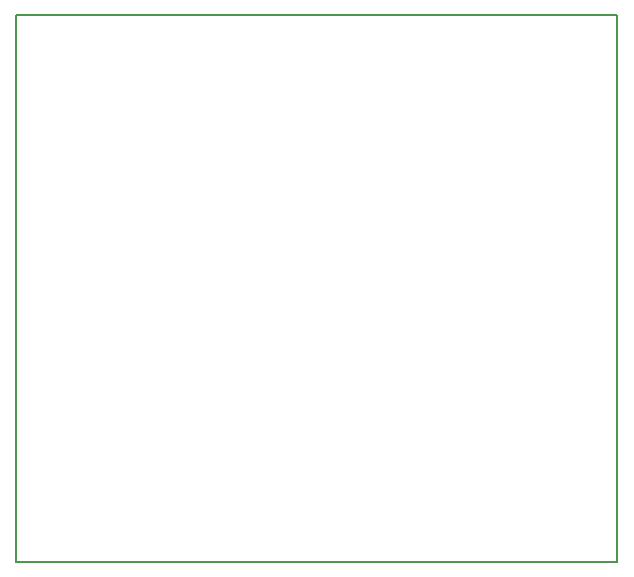
<source format=gm1>
G04 MADE WITH FRITZING*
G04 WWW.FRITZING.ORG*
G04 DOUBLE SIDED*
G04 HOLES PLATED*
G04 CONTOUR ON CENTER OF CONTOUR VECTOR*
%ASAXBY*%
%FSLAX23Y23*%
%MOIN*%
%OFA0B0*%
%SFA1.0B1.0*%
%ADD10R,2.012170X1.832510*%
%ADD11C,0.008000*%
%ADD10C,0.008*%
%LNCONTOUR*%
G90*
G70*
G54D10*
G54D11*
X4Y1829D02*
X2008Y1829D01*
X2008Y4D01*
X4Y4D01*
X4Y1829D01*
D02*
G04 End of contour*
M02*
</source>
